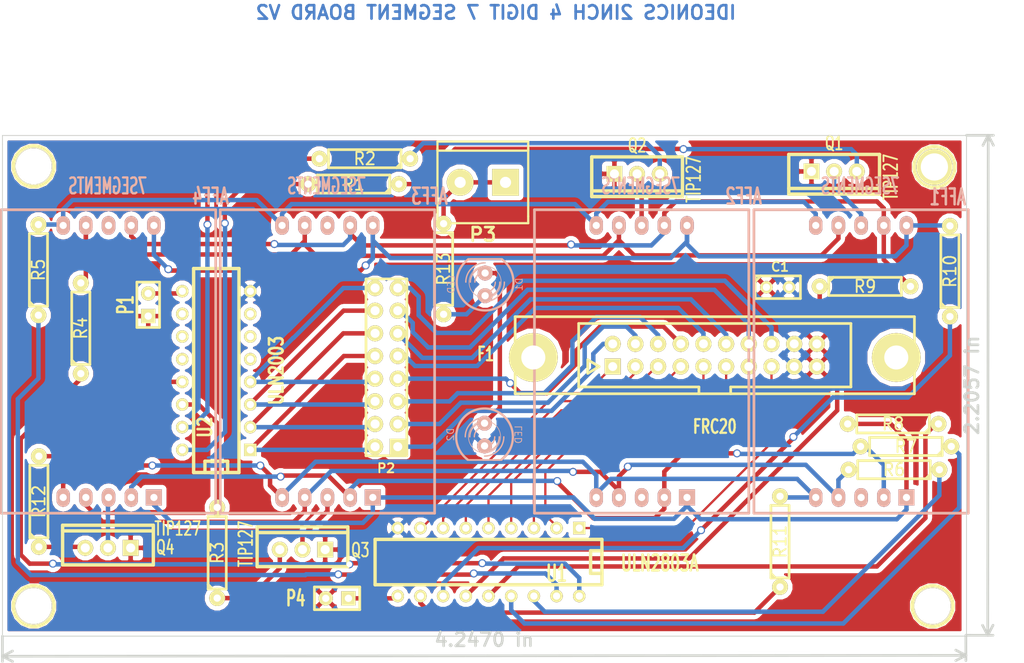
<source format=kicad_pcb>
(kicad_pcb (version 3) (host pcbnew "(2013-07-07 BZR 4022)-stable")
  (layers (15 F.Cu signal) (0 B.Cu signal) (18 B.Paste user) (19 F.Paste user) (20 B.SilkS user) (21 F.SilkS user) (22 B.Mask user) (23 F.Mask user) (28 Edge.Cuts user))
  (net 0 "")
  (net 1 /D1)
  (net 2 /D2)
  (net 3 /D3)
  (net 4 /D4)
  (net 5 /DIG_1)
  (net 6 /DIG_2)
  (net 7 /DIG_3)
  (net 8 /DIG_4)
  (net 9 /IA)
  (net 10 /IB)
  (net 11 /IC)
  (net 12 /ID)
  (net 13 /IE)
  (net 14 /IF)
  (net 15 /IG)
  (net 16 /IH)
  (net 17 /SEG_A)
  (net 18 /SEG_B)
  (net 19 /SEG_C)
  (net 20 /SEG_D)
  (net 21 /SEG_E)
  (net 22 /SEG_F)
  (net 23 /SEG_G)
  (net 24 /SEG_H)
  (net 25 /VCC)
  (net 26 GND)
  (net 27 N-000001)
  (net 28 N-0000016)
  (net 29 N-0000017)
  (net 30 N-0000018)
  (net 31 N-0000019)
  (net 32 N-000002)
  (net 33 N-0000020)
  (net 34 N-0000021)
  (net 35 N-0000022)
  (net 36 N-0000024)
  (net 37 N-000004)
  (net 38 N-0000043)
  (net 39 N-0000044)
  (net 40 N-0000049)
  (net 41 N-000005)
  (net 42 N-0000050)
  (net 43 N-0000051)
  (net 44 N-0000054)
  (net 45 N-0000055)
  (net 46 N-0000056)
  (net 47 N-0000057)
  (net 48 N-0000058)
  (net 49 N-0000059)
  (net 50 N-000006)
  (net 51 N-0000060)
  (net 52 N-0000061)
  (net 53 N-0000062)
  (net 54 N-0000063)
  (net 55 N-000008)
  (module 1INCH_DISPLAY (layer B.Cu) (at 207.645 137.668 180)
    (fp_text reference AFF2 (at -11.425 18.5 180) (layer B.SilkS) (effects (font (size 1.778 1.143) (thickness 0.28575)) (justify mirror)))
    (fp_text value 7SEGMENTS (at 0.1 19.65 180) (layer B.SilkS) (effects (font (size 1.778 1.016) (thickness 0.254)) (justify mirror)))
    (pad 1 thru_hole rect (at -5.08 -15.24 180) (size 1.8 1.8) (drill 0.8) (layers *.Cu *.Mask B.SilkS) (net 21 /SEG_E))
    (pad 2 thru_hole oval (at -2.54 -15.24 180) (size 1.5 2.1) (drill 0.8) (layers *.Cu *.Mask B.SilkS) (net 20 /SEG_D))
    (pad 3 thru_hole oval (at 0 -15.24 180) (size 1.5 2.1) (drill 0.8) (layers *.Cu *.Mask B.SilkS))
    (pad 4 thru_hole oval (at 2.54 -15.24 180) (size 1.5 2.1) (drill 0.8) (layers *.Cu *.Mask B.SilkS) (net 19 /SEG_C))
    (pad 7 thru_hole oval (at 2.54 15.24 180) (size 1.5 2.1) (drill 0.8) (layers *.Cu *.Mask B.SilkS) (net 17 /SEG_A))
    (pad 8 thru_hole oval (at 0 15.24 180) (size 1.5 2.1) (drill 0.8) (layers *.Cu *.Mask B.SilkS) (net 6 /DIG_2))
    (pad 9 thru_hole oval (at -2.54 15.24 180) (size 1.5 2.1) (drill 0.8) (layers *.Cu *.Mask B.SilkS) (net 22 /SEG_F))
    (pad 10 thru_hole oval (at -5.08 15.24 180) (size 1.5 2.1) (drill 0.8) (layers *.Cu *.Mask B.SilkS) (net 23 /SEG_G))
    (pad 5 thru_hole oval (at 5.08 -15.24 180) (size 1.5 2.1) (drill 0.8) (layers *.Cu *.Mask B.SilkS) (net 24 /SEG_H))
    (pad 6 thru_hole oval (at 5.08 15.24 180) (size 1.5 2.1) (drill 0.8) (layers *.Cu *.Mask B.SilkS) (net 18 /SEG_B))
  )
  (module SIL-2 (layer F.Cu) (at 173.5455 164.211 180)
    (fp_text reference P4 (at 4.6355 0 180) (layer F.SilkS) (effects (font (size 1.72974 1.08712) (thickness 0.3048))))
    (fp_text value CONN_2 hide)
    (pad 1 thru_hole rect (at -1.27 0 180) (size 1.6 1.6) (drill 0.8128) (layers *.Cu *.Mask F.SilkS) (net 53 N-0000062))
    (pad 2 thru_hole circle (at 1.27 0 180) (size 1.6 1.6) (drill 0.8128) (layers *.Cu *.Mask F.SilkS) (net 25 /VCC))
  )
  (module SIL-2 (layer F.Cu) (at 152.4 131.318 90)
    (fp_text reference P1 (at 0 -2.54 90) (layer F.SilkS) (effects (font (size 1.72974 1.08712) (thickness 0.3048))))
    (fp_text value CONN_2 hide)
    (pad 1 thru_hole rect (at -1.27 0 90) (size 1.6 1.6) (drill 0.8128) (layers *.Cu *.Mask F.SilkS) (net 25 /VCC))
    (pad 2 thru_hole circle (at 1.27 0 90) (size 1.6 1.6) (drill 0.8128) (layers *.Cu *.Mask F.SilkS) (net 55 N-000008))
  )
  (module pin_array_8x2 (layer F.Cu) (at 179.07 138.3284 90)
    (fp_text reference P2 (at -11.305 -0.035 180) (layer F.SilkS) (effects (font (size 1.016 1.016) (thickness 0.2032))))
    (fp_text value CONN_8X2 hide)
    (pad 1 thru_hole rect (at -8.89 1.27 90) (size 1.8 1.8) (drill 1.016) (layers *.Cu *.Mask F.SilkS) (net 34 N-0000021))
    (pad 2 thru_hole circle (at -8.89 -1.27 90) (size 1.8 1.8) (drill 1.016) (layers *.Cu *.Mask F.SilkS) (net 1 /D1))
    (pad 3 thru_hole circle (at -6.35 1.27 90) (size 1.8 1.8) (drill 1.016) (layers *.Cu *.Mask F.SilkS) (net 33 N-0000020))
    (pad 4 thru_hole circle (at -6.35 -1.27 90) (size 1.8 1.8) (drill 1.016) (layers *.Cu *.Mask F.SilkS) (net 2 /D2))
    (pad 5 thru_hole circle (at -3.81 1.27 90) (size 1.8 1.8) (drill 1.016) (layers *.Cu *.Mask F.SilkS) (net 31 N-0000019))
    (pad 6 thru_hole circle (at -3.81 -1.27 90) (size 1.8 1.8) (drill 1.016) (layers *.Cu *.Mask F.SilkS) (net 3 /D3))
    (pad 7 thru_hole circle (at -1.27 1.27 90) (size 1.8 1.8) (drill 1.016) (layers *.Cu *.Mask F.SilkS) (net 30 N-0000018))
    (pad 8 thru_hole circle (at -1.27 -1.27 90) (size 1.8 1.8) (drill 1.016) (layers *.Cu *.Mask F.SilkS) (net 4 /D4))
    (pad 9 thru_hole circle (at 1.27 1.27 90) (size 1.8 1.8) (drill 1.016) (layers *.Cu *.Mask F.SilkS) (net 29 N-0000017))
    (pad 10 thru_hole circle (at 1.27 -1.27 90) (size 1.8 1.8) (drill 1.016) (layers *.Cu *.Mask F.SilkS) (net 1 /D1))
    (pad 11 thru_hole circle (at 3.81 1.27 90) (size 1.8 1.8) (drill 1.016) (layers *.Cu *.Mask F.SilkS) (net 28 N-0000016))
    (pad 12 thru_hole circle (at 3.81 -1.27 90) (size 1.8 1.8) (drill 1.016) (layers *.Cu *.Mask F.SilkS) (net 2 /D2))
    (pad 13 thru_hole circle (at 6.35 1.27 90) (size 1.8 1.8) (drill 1.016) (layers *.Cu *.Mask F.SilkS) (net 39 N-0000044))
    (pad 14 thru_hole circle (at 6.35 -1.27 90) (size 1.8 1.8) (drill 1.016) (layers *.Cu *.Mask F.SilkS) (net 3 /D3))
    (pad 15 thru_hole circle (at 8.89 1.27 90) (size 1.8 1.8) (drill 1.016) (layers *.Cu *.Mask F.SilkS) (net 38 N-0000043))
    (pad 16 thru_hole circle (at 8.89 -1.27 90) (size 1.8 1.8) (drill 1.016) (layers *.Cu *.Mask F.SilkS) (net 4 /D4))
  )
  (module FRC_20 (layer F.Cu) (at 215.8365 136.9695)
    (fp_text reference F1 (at -25.654 -0.127) (layer F.SilkS) (effects (font (size 1.524 1.016) (thickness 0.3048))))
    (fp_text value FRC20 (at 0 8.001) (layer F.SilkS) (effects (font (size 1.524 1.016) (thickness 0.3048))))
    (pad 1 thru_hole rect (at -11.43 1.27) (size 1.8 1.8) (drill 1) (layers *.Cu *.Mask F.SilkS) (net 16 /IH))
    (pad 2 thru_hole circle (at -11.43 -1.27) (size 1.8 1.8) (drill 1) (layers *.Cu *.Mask F.SilkS) (net 34 N-0000021))
    (pad 3 thru_hole circle (at -8.89 1.27) (size 1.8 1.8) (drill 1) (layers *.Cu *.Mask F.SilkS) (net 15 /IG))
    (pad 4 thru_hole circle (at -8.89 -1.27) (size 1.8 1.8) (drill 1) (layers *.Cu *.Mask F.SilkS) (net 33 N-0000020))
    (pad 5 thru_hole circle (at -6.35 1.27) (size 1.8 1.8) (drill 1) (layers *.Cu *.Mask F.SilkS) (net 14 /IF))
    (pad 6 thru_hole circle (at -6.35 -1.27) (size 1.8 1.8) (drill 0.9144) (layers *.Cu *.Mask F.SilkS) (net 31 N-0000019))
    (pad 7 thru_hole circle (at -3.81 1.27) (size 1.8 1.8) (drill 1) (layers *.Cu *.Mask F.SilkS) (net 13 /IE))
    (pad 8 thru_hole circle (at -3.81 -1.27) (size 1.8 1.8) (drill 1) (layers *.Cu *.Mask F.SilkS) (net 30 N-0000018))
    (pad 9 thru_hole circle (at -1.27 1.27) (size 1.8 1.8) (drill 1) (layers *.Cu *.Mask F.SilkS) (net 12 /ID))
    (pad 10 thru_hole circle (at -1.27 -1.27) (size 1.8 1.8) (drill 1) (layers *.Cu *.Mask F.SilkS) (net 29 N-0000017))
    (pad 11 thru_hole circle (at 1.27 1.27) (size 1.8 1.8) (drill 1) (layers *.Cu *.Mask F.SilkS) (net 11 /IC))
    (pad 12 thru_hole circle (at 1.27 -1.27) (size 1.8 1.8) (drill 1) (layers *.Cu *.Mask F.SilkS) (net 28 N-0000016))
    (pad 13 thru_hole circle (at 3.81 1.27) (size 1.8 1.8) (drill 1) (layers *.Cu *.Mask F.SilkS) (net 10 /IB))
    (pad 14 thru_hole circle (at 3.81 -1.27) (size 1.8 1.8) (drill 1) (layers *.Cu *.Mask F.SilkS) (net 39 N-0000044))
    (pad 15 thru_hole circle (at 6.35 1.27) (size 1.8 1.8) (drill 1) (layers *.Cu *.Mask F.SilkS) (net 9 /IA))
    (pad 16 thru_hole circle (at 6.35 -1.27) (size 1.8 1.8) (drill 1) (layers *.Cu *.Mask F.SilkS) (net 38 N-0000043))
    (pad 17 thru_hole circle (at 8.89 1.27) (size 1.8 1.8) (drill 1) (layers *.Cu *.Mask F.SilkS) (net 26 GND))
    (pad 18 thru_hole circle (at 8.89 -1.27) (size 1.8 1.8) (drill 1) (layers *.Cu *.Mask F.SilkS) (net 26 GND))
    (pad 19 thru_hole circle (at 11.43 1.27) (size 1.8 1.8) (drill 1) (layers *.Cu *.Mask F.SilkS) (net 25 /VCC))
    (pad 20 thru_hole circle (at 11.43 -1.27) (size 1.8 1.8) (drill 1) (layers *.Cu *.Mask F.SilkS) (net 25 /VCC))
    (pad "" thru_hole circle (at -20.32 0.254) (size 5.461 5.461) (drill 2.6924) (layers *.Cu *.Mask F.SilkS))
    (pad "" thru_hole circle (at 20.32 0.254) (size 5.461 5.461) (drill 2.6924) (layers *.Cu *.Mask F.SilkS))
  )
  (module DIP-18__300 (layer F.Cu) (at 190.5 160.147 180)
    (fp_text reference U1 (at -7.62 -1.27 180) (layer F.SilkS) (effects (font (size 1.778 1.143) (thickness 0.3048))))
    (fp_text value ULN2803A (at -19.177 -0.127 180) (layer F.SilkS) (effects (font (size 1.778 1.143) (thickness 0.3048))))
    (pad 1 thru_hole rect (at -10.16 3.81 180) (size 1.397 1.397) (drill 0.8128) (layers *.Cu *.Mask F.SilkS) (net 9 /IA))
    (pad 2 thru_hole circle (at -7.62 3.81 180) (size 1.397 1.397) (drill 0.8128) (layers *.Cu *.Mask F.SilkS) (net 10 /IB))
    (pad 3 thru_hole circle (at -5.08 3.81 180) (size 1.397 1.397) (drill 0.8128) (layers *.Cu *.Mask F.SilkS) (net 11 /IC))
    (pad 4 thru_hole circle (at -2.54 3.81 180) (size 1.397 1.397) (drill 0.8128) (layers *.Cu *.Mask F.SilkS) (net 12 /ID))
    (pad 5 thru_hole circle (at 0 3.81 180) (size 1.397 1.397) (drill 0.8128) (layers *.Cu *.Mask F.SilkS) (net 13 /IE))
    (pad 6 thru_hole circle (at 2.54 3.81 180) (size 1.397 1.397) (drill 0.8128) (layers *.Cu *.Mask F.SilkS) (net 14 /IF))
    (pad 7 thru_hole circle (at 5.08 3.81 180) (size 1.397 1.397) (drill 0.8128) (layers *.Cu *.Mask F.SilkS) (net 15 /IG))
    (pad 8 thru_hole circle (at 7.62 3.81 180) (size 1.397 1.397) (drill 0.8128) (layers *.Cu *.Mask F.SilkS) (net 16 /IH))
    (pad 9 thru_hole circle (at 10.16 3.81 180) (size 1.397 1.397) (drill 0.8128) (layers *.Cu *.Mask F.SilkS) (net 26 GND))
    (pad 10 thru_hole circle (at 10.16 -3.81 180) (size 1.397 1.397) (drill 0.8128) (layers *.Cu *.Mask F.SilkS) (net 53 N-0000062))
    (pad 11 thru_hole circle (at 7.62 -3.81 180) (size 1.397 1.397) (drill 0.8128) (layers *.Cu *.Mask F.SilkS) (net 45 N-0000055))
    (pad 12 thru_hole circle (at 5.08 -3.81 180) (size 1.397 1.397) (drill 0.8128) (layers *.Cu *.Mask F.SilkS) (net 46 N-0000056))
    (pad 13 thru_hole circle (at 2.54 -3.81 180) (size 1.397 1.397) (drill 0.8128) (layers *.Cu *.Mask F.SilkS) (net 47 N-0000057))
    (pad 14 thru_hole circle (at 0 -3.81 180) (size 1.397 1.397) (drill 0.8128) (layers *.Cu *.Mask F.SilkS) (net 48 N-0000058))
    (pad 15 thru_hole circle (at -2.54 -3.81 180) (size 1.397 1.397) (drill 0.8128) (layers *.Cu *.Mask F.SilkS) (net 49 N-0000059))
    (pad 16 thru_hole circle (at -5.08 -3.81 180) (size 1.397 1.397) (drill 0.8128) (layers *.Cu *.Mask F.SilkS) (net 44 N-0000054))
    (pad 17 thru_hole circle (at -7.62 -3.81 180) (size 1.397 1.397) (drill 0.8128) (layers *.Cu *.Mask F.SilkS) (net 51 N-0000060))
    (pad 18 thru_hole circle (at -10.16 -3.81 180) (size 1.397 1.397) (drill 0.8128) (layers *.Cu *.Mask F.SilkS) (net 52 N-0000061))
  )
  (module DIP-16__300 (layer F.Cu) (at 160.02 138.684 90)
    (fp_text reference U2 (at -6.35 -1.27 90) (layer F.SilkS) (effects (font (size 1.524 1.143) (thickness 0.3048))))
    (fp_text value ULN2003 (at 0 6.731 90) (layer F.SilkS) (effects (font (size 1.524 1.143) (thickness 0.3048))))
    (pad 1 thru_hole rect (at -8.89 3.81 90) (size 1.397 1.397) (drill 0.8128) (layers *.Cu *.Mask F.SilkS) (net 1 /D1))
    (pad 2 thru_hole circle (at -6.35 3.81 90) (size 1.397 1.397) (drill 0.8128) (layers *.Cu *.Mask F.SilkS) (net 2 /D2))
    (pad 3 thru_hole circle (at -3.81 3.81 90) (size 1.397 1.397) (drill 0.8128) (layers *.Cu *.Mask F.SilkS) (net 3 /D3))
    (pad 4 thru_hole circle (at -1.27 3.81 90) (size 1.397 1.397) (drill 0.8128) (layers *.Cu *.Mask F.SilkS) (net 4 /D4))
    (pad 5 thru_hole circle (at 1.27 3.81 90) (size 1.397 1.397) (drill 0.8128) (layers *.Cu *.Mask F.SilkS))
    (pad 6 thru_hole circle (at 3.81 3.81 90) (size 1.397 1.397) (drill 0.8128) (layers *.Cu *.Mask F.SilkS))
    (pad 7 thru_hole circle (at 6.35 3.81 90) (size 1.397 1.397) (drill 0.8128) (layers *.Cu *.Mask F.SilkS))
    (pad 8 thru_hole circle (at 8.89 3.81 90) (size 1.397 1.397) (drill 0.8128) (layers *.Cu *.Mask F.SilkS) (net 26 GND))
    (pad 9 thru_hole circle (at 8.89 -3.81 90) (size 1.397 1.397) (drill 0.8128) (layers *.Cu *.Mask F.SilkS) (net 55 N-000008))
    (pad 10 thru_hole circle (at 6.35 -3.81 90) (size 1.397 1.397) (drill 0.8128) (layers *.Cu *.Mask F.SilkS))
    (pad 11 thru_hole circle (at 3.81 -3.81 90) (size 1.397 1.397) (drill 0.8128) (layers *.Cu *.Mask F.SilkS))
    (pad 12 thru_hole circle (at 1.27 -3.81 90) (size 1.397 1.397) (drill 0.8128) (layers *.Cu *.Mask F.SilkS))
    (pad 13 thru_hole circle (at -1.27 -3.81 90) (size 1.397 1.397) (drill 0.8128) (layers *.Cu *.Mask F.SilkS) (net 35 N-0000022))
    (pad 14 thru_hole circle (at -3.81 -3.81 90) (size 1.397 1.397) (drill 0.8128) (layers *.Cu *.Mask F.SilkS) (net 50 N-000006))
    (pad 15 thru_hole circle (at -6.35 -3.81 90) (size 1.397 1.397) (drill 0.8128) (layers *.Cu *.Mask F.SilkS) (net 27 N-000001))
    (pad 16 thru_hole circle (at -8.89 -3.81 90) (size 1.397 1.397) (drill 0.8128) (layers *.Cu *.Mask F.SilkS) (net 32 N-000002))
  )
  (module C1 (layer F.Cu) (at 222.885 129.3495)
    (fp_text reference C1 (at 0.254 -2.286) (layer F.SilkS) (effects (font (size 1.016 1.016) (thickness 0.2032))))
    (fp_text value C hide)
    (pad 1 thru_hole circle (at -1.27 0) (size 1.397 1.397) (drill 0.8128) (layers *.Cu *.Mask F.SilkS) (net 25 /VCC))
    (pad 2 thru_hole circle (at 1.27 0) (size 1.397 1.397) (drill 0.8128) (layers *.Cu *.Mask F.SilkS) (net 26 GND))
  )
  (module TO220_VERT (layer F.Cu) (at 229.2 116.375 270)
    (fp_text reference Q1 (at -3.175 0 360) (layer F.SilkS) (effects (font (size 1.524 1.016) (thickness 0.2032))))
    (fp_text value TIP127 (at 0.635 -6.35 270) (layer F.SilkS) (effects (font (size 1.524 1.016) (thickness 0.2032))))
    (pad 1 thru_hole circle (at 0 -2.54 270) (size 1.778 1.778) (drill 1.016) (layers *.Cu *.Mask F.SilkS) (net 41 N-000005))
    (pad 2 thru_hole circle (at 0 0 270) (size 1.778 1.778) (drill 1.016) (layers *.Cu *.Mask F.SilkS) (net 5 /DIG_1))
    (pad 3 thru_hole rect (at 0 2.54 270) (size 1.778 1.778) (drill 1.016) (layers *.Cu *.Mask F.SilkS) (net 25 /VCC))
  )
  (module TO220_VERT (layer F.Cu) (at 207.137 116.6495 270)
    (fp_text reference Q2 (at -3.175 0 360) (layer F.SilkS) (effects (font (size 1.524 1.016) (thickness 0.2032))))
    (fp_text value TIP127 (at 0.635 -6.35 270) (layer F.SilkS) (effects (font (size 1.524 1.016) (thickness 0.2032))))
    (pad 1 thru_hole circle (at 0 -2.54 270) (size 1.778 1.778) (drill 1.016) (layers *.Cu *.Mask F.SilkS) (net 37 N-000004))
    (pad 2 thru_hole circle (at 0 0 270) (size 1.778 1.778) (drill 1.016) (layers *.Cu *.Mask F.SilkS) (net 6 /DIG_2))
    (pad 3 thru_hole rect (at 0 2.54 270) (size 1.778 1.778) (drill 1.016) (layers *.Cu *.Mask F.SilkS) (net 25 /VCC))
  )
  (module TO220_VERT (layer F.Cu) (at 169.672 158.75 90)
    (fp_text reference Q3 (at -0.0635 6.477 180) (layer F.SilkS) (effects (font (size 1.524 1.016) (thickness 0.2032))))
    (fp_text value TIP127 (at 0.635 -6.35 90) (layer F.SilkS) (effects (font (size 1.524 1.016) (thickness 0.2032))))
    (pad 1 thru_hole circle (at 0 -2.54 90) (size 1.778 1.778) (drill 1.016) (layers *.Cu *.Mask F.SilkS) (net 54 N-0000063))
    (pad 2 thru_hole circle (at 0 0 90) (size 1.778 1.778) (drill 1.016) (layers *.Cu *.Mask F.SilkS) (net 7 /DIG_3))
    (pad 3 thru_hole rect (at 0 2.54 90) (size 1.778 1.778) (drill 1.016) (layers *.Cu *.Mask F.SilkS) (net 25 /VCC))
  )
  (module TO220_VERT (layer F.Cu) (at 147.8915 158.5595 90)
    (fp_text reference Q4 (at 0.0635 6.4135 180) (layer F.SilkS) (effects (font (size 1.524 1.016) (thickness 0.2032))))
    (fp_text value TIP127 (at 2.159 7.8105 180) (layer F.SilkS) (effects (font (size 1.524 1.016) (thickness 0.2032))))
    (pad 1 thru_hole circle (at 0 -2.54 90) (size 1.778 1.778) (drill 1.016) (layers *.Cu *.Mask F.SilkS) (net 36 N-0000024))
    (pad 2 thru_hole circle (at 0 0 90) (size 1.778 1.778) (drill 1.016) (layers *.Cu *.Mask F.SilkS) (net 8 /DIG_4))
    (pad 3 thru_hole rect (at 0 2.54 90) (size 1.778 1.778) (drill 1.016) (layers *.Cu *.Mask F.SilkS) (net 25 /VCC))
  )
  (module LED-5MM (layer B.Cu) (at 190.119 129.032 90)
    (fp_text reference D1 (at 0 3.81 90) (layer B.SilkS) (effects (font (size 0.762 0.762) (thickness 0.0889)) (justify mirror)))
    (fp_text value LED (at 0 -3.81 90) (layer B.SilkS) (effects (font (size 0.762 0.762) (thickness 0.0889)) (justify mirror)))
    (pad 1 thru_hole circle (at -1.27 0 90) (size 1.6764 1.6764) (drill 0.8128) (layers *.Cu *.Mask B.SilkS) (net 40 N-0000049))
    (pad 2 thru_hole circle (at 1.27 0 90) (size 1.6764 1.6764) (drill 0.8128) (layers *.Cu *.Mask B.SilkS) (net 43 N-0000051))
  )
  (module LED-5MM (layer B.Cu) (at 190.0555 145.8595 270)
    (fp_text reference D2 (at 0 3.81 270) (layer B.SilkS) (effects (font (size 0.762 0.762) (thickness 0.0889)) (justify mirror)))
    (fp_text value LED (at 0 -3.81 270) (layer B.SilkS) (effects (font (size 0.762 0.762) (thickness 0.0889)) (justify mirror)))
    (pad 1 thru_hole circle (at -1.27 0 270) (size 1.6764 1.6764) (drill 0.8128) (layers *.Cu *.Mask B.SilkS) (net 43 N-0000051))
    (pad 2 thru_hole circle (at 1.27 0 270) (size 1.6764 1.6764) (drill 0.8128) (layers *.Cu *.Mask B.SilkS) (net 26 GND))
  )
  (module mors_2p (layer F.Cu) (at 189.865 117.602 180)
    (fp_text reference P3 (at 0 -5.842 180) (layer F.SilkS) (effects (font (size 1.524 1.524) (thickness 0.3048))))
    (fp_text value CONN_2 hide)
    (pad 1 thru_hole rect (at -2.54 0 180) (size 2.99974 2.99974) (drill 1.24968) (layers *.Cu *.Mask F.SilkS) (net 42 N-0000050))
    (pad 2 thru_hole circle (at 2.54 0 180) (size 2.99974 2.99974) (drill 1.24968) (layers *.Cu *.Mask F.SilkS) (net 42 N-0000050))
  )
  (module 1INCH_DISPLAY (layer B.Cu) (at 147.955 137.668 180)
    (fp_text reference AFF4 (at -11.425 18.5 180) (layer B.SilkS) (effects (font (size 1.778 1.143) (thickness 0.28575)) (justify mirror)))
    (fp_text value 7SEGMENTS (at 0.1 19.65 180) (layer B.SilkS) (effects (font (size 1.778 1.016) (thickness 0.254)) (justify mirror)))
    (pad 1 thru_hole rect (at -5.08 -15.24 180) (size 1.8 1.8) (drill 0.8) (layers *.Cu *.Mask B.SilkS) (net 21 /SEG_E))
    (pad 2 thru_hole oval (at -2.54 -15.24 180) (size 1.5 2.1) (drill 0.8) (layers *.Cu *.Mask B.SilkS) (net 20 /SEG_D))
    (pad 3 thru_hole oval (at 0 -15.24 180) (size 1.5 2.1) (drill 0.8) (layers *.Cu *.Mask B.SilkS) (net 8 /DIG_4))
    (pad 4 thru_hole oval (at 2.54 -15.24 180) (size 1.5 2.1) (drill 0.8) (layers *.Cu *.Mask B.SilkS) (net 19 /SEG_C))
    (pad 7 thru_hole oval (at 2.54 15.24 180) (size 1.5 2.1) (drill 0.8) (layers *.Cu *.Mask B.SilkS) (net 17 /SEG_A))
    (pad 8 thru_hole oval (at 0 15.24 180) (size 1.5 2.1) (drill 0.8) (layers *.Cu *.Mask B.SilkS))
    (pad 9 thru_hole oval (at -2.54 15.24 180) (size 1.5 2.1) (drill 0.8) (layers *.Cu *.Mask B.SilkS) (net 22 /SEG_F))
    (pad 10 thru_hole oval (at -5.08 15.24 180) (size 1.5 2.1) (drill 0.8) (layers *.Cu *.Mask B.SilkS) (net 23 /SEG_G))
    (pad 5 thru_hole oval (at 5.08 -15.24 180) (size 1.5 2.1) (drill 0.8) (layers *.Cu *.Mask B.SilkS) (net 24 /SEG_H))
    (pad 6 thru_hole oval (at 5.08 15.24 180) (size 1.5 2.1) (drill 0.8) (layers *.Cu *.Mask B.SilkS) (net 18 /SEG_B))
  )
  (module 1INCH_DISPLAY (layer B.Cu) (at 172.466 137.668 180)
    (fp_text reference AFF3 (at -11.425 18.5 180) (layer B.SilkS) (effects (font (size 1.778 1.143) (thickness 0.28575)) (justify mirror)))
    (fp_text value 7SEGMENTS (at 0.1 19.65 180) (layer B.SilkS) (effects (font (size 1.778 1.016) (thickness 0.254)) (justify mirror)))
    (pad 1 thru_hole rect (at -5.08 -15.24 180) (size 1.8 1.8) (drill 0.8) (layers *.Cu *.Mask B.SilkS) (net 21 /SEG_E))
    (pad 2 thru_hole oval (at -2.54 -15.24 180) (size 1.5 2.1) (drill 0.8) (layers *.Cu *.Mask B.SilkS) (net 20 /SEG_D))
    (pad 3 thru_hole oval (at 0 -15.24 180) (size 1.5 2.1) (drill 0.8) (layers *.Cu *.Mask B.SilkS) (net 7 /DIG_3))
    (pad 4 thru_hole oval (at 2.54 -15.24 180) (size 1.5 2.1) (drill 0.8) (layers *.Cu *.Mask B.SilkS) (net 19 /SEG_C))
    (pad 7 thru_hole oval (at 2.54 15.24 180) (size 1.5 2.1) (drill 0.8) (layers *.Cu *.Mask B.SilkS) (net 17 /SEG_A))
    (pad 8 thru_hole oval (at 0 15.24 180) (size 1.5 2.1) (drill 0.8) (layers *.Cu *.Mask B.SilkS))
    (pad 9 thru_hole oval (at -2.54 15.24 180) (size 1.5 2.1) (drill 0.8) (layers *.Cu *.Mask B.SilkS) (net 22 /SEG_F))
    (pad 10 thru_hole oval (at -5.08 15.24 180) (size 1.5 2.1) (drill 0.8) (layers *.Cu *.Mask B.SilkS) (net 23 /SEG_G))
    (pad 5 thru_hole oval (at 5.08 -15.24 180) (size 1.5 2.1) (drill 0.8) (layers *.Cu *.Mask B.SilkS) (net 24 /SEG_H))
    (pad 6 thru_hole oval (at 5.08 15.24 180) (size 1.5 2.1) (drill 0.8) (layers *.Cu *.Mask B.SilkS) (net 18 /SEG_B))
  )
  (module 1INCH_DISPLAY (layer B.Cu) (at 232.2195 137.668 180)
    (fp_text reference AFF1 (at -9.7055 18.418 180) (layer B.SilkS) (effects (font (size 1.778 1.143) (thickness 0.28575)) (justify mirror)))
    (fp_text value 7SEGMENTS (at 0.1 19.65 180) (layer B.SilkS) (effects (font (size 1.778 1.016) (thickness 0.254)) (justify mirror)))
    (pad 1 thru_hole rect (at -5.08 -15.24 180) (size 1.8 1.8) (drill 0.8) (layers *.Cu *.Mask B.SilkS) (net 21 /SEG_E))
    (pad 2 thru_hole oval (at -2.54 -15.24 180) (size 1.5 2.1) (drill 0.8) (layers *.Cu *.Mask B.SilkS) (net 20 /SEG_D))
    (pad 3 thru_hole oval (at 0 -15.24 180) (size 1.5 2.1) (drill 0.8) (layers *.Cu *.Mask B.SilkS))
    (pad 4 thru_hole oval (at 2.54 -15.24 180) (size 1.5 2.1) (drill 0.8) (layers *.Cu *.Mask B.SilkS) (net 19 /SEG_C))
    (pad 7 thru_hole oval (at 2.54 15.24 180) (size 1.5 2.1) (drill 0.8) (layers *.Cu *.Mask B.SilkS) (net 17 /SEG_A))
    (pad 8 thru_hole oval (at 0 15.24 180) (size 1.5 2.1) (drill 0.8) (layers *.Cu *.Mask B.SilkS) (net 5 /DIG_1))
    (pad 9 thru_hole oval (at -2.54 15.24 180) (size 1.5 2.1) (drill 0.8) (layers *.Cu *.Mask B.SilkS) (net 22 /SEG_F))
    (pad 10 thru_hole oval (at -5.08 15.24 180) (size 1.5 2.1) (drill 0.8) (layers *.Cu *.Mask B.SilkS) (net 23 /SEG_G))
    (pad 5 thru_hole oval (at 5.08 -15.24 180) (size 1.5 2.1) (drill 0.8) (layers *.Cu *.Mask B.SilkS) (net 24 /SEG_H))
    (pad 6 thru_hole oval (at 5.08 15.24 180) (size 1.5 2.1) (drill 0.8) (layers *.Cu *.Mask B.SilkS) (net 18 /SEG_B))
  )
  (module R4-LARGE_PADS (layer F.Cu) (at 185.4708 127.3048 270)
    (fp_text reference R13 (at 0 0 270) (layer F.SilkS) (effects (font (size 1.397 1.27) (thickness 0.2032))))
    (fp_text value R hide)
    (pad 1 thru_hole circle (at -5.08 0 270) (size 1.778 1.778) (drill 0.8128) (layers *.Cu *.Mask F.SilkS) (net 42 N-0000050))
    (pad 2 thru_hole circle (at 5.08 0 270) (size 1.778 1.778) (drill 0.8128) (layers *.Cu *.Mask F.SilkS) (net 40 N-0000049))
  )
  (module R4-LARGE_PADS (layer F.Cu) (at 232.664 129.2606)
    (fp_text reference R9 (at 0 0) (layer F.SilkS) (effects (font (size 1.397 1.27) (thickness 0.2032))))
    (fp_text value 820 hide)
    (pad 1 thru_hole circle (at -5.08 0) (size 1.778 1.778) (drill 0.8128) (layers *.Cu *.Mask F.SilkS) (net 47 N-0000057))
    (pad 2 thru_hole circle (at 5.08 0) (size 1.778 1.778) (drill 0.8128) (layers *.Cu *.Mask F.SilkS) (net 22 /SEG_F))
  )
  (module R4-LARGE_PADS (layer F.Cu) (at 237.236 147.193 180)
    (fp_text reference R7 (at 0 0 180) (layer F.SilkS) (effects (font (size 1.397 1.27) (thickness 0.2032))))
    (fp_text value 820 hide)
    (pad 1 thru_hole circle (at -5.08 0 180) (size 1.778 1.778) (drill 0.8128) (layers *.Cu *.Mask F.SilkS) (net 49 N-0000059))
    (pad 2 thru_hole circle (at 5.08 0 180) (size 1.778 1.778) (drill 0.8128) (layers *.Cu *.Mask F.SilkS) (net 20 /SEG_D))
  )
  (module R4-LARGE_PADS (layer F.Cu) (at 235.9025 149.7965 180)
    (fp_text reference R6 (at 0 0 180) (layer F.SilkS) (effects (font (size 1.397 1.27) (thickness 0.2032))))
    (fp_text value 820 hide)
    (pad 1 thru_hole circle (at -5.08 0 180) (size 1.778 1.778) (drill 0.8128) (layers *.Cu *.Mask F.SilkS) (net 44 N-0000054))
    (pad 2 thru_hole circle (at 5.08 0 180) (size 1.778 1.778) (drill 0.8128) (layers *.Cu *.Mask F.SilkS) (net 19 /SEG_C))
  )
  (module R4-LARGE_PADS (layer F.Cu) (at 144.85 133.95 90)
    (fp_text reference R4 (at 0 0 90) (layer F.SilkS) (effects (font (size 1.397 1.27) (thickness 0.2032))))
    (fp_text value 820 hide)
    (pad 1 thru_hole circle (at -5.08 0 90) (size 1.778 1.778) (drill 0.8128) (layers *.Cu *.Mask F.SilkS) (net 52 N-0000061))
    (pad 2 thru_hole circle (at 5.08 0 90) (size 1.778 1.778) (drill 0.8128) (layers *.Cu *.Mask F.SilkS) (net 17 /SEG_A))
  )
  (module R4-LARGE_PADS (layer F.Cu) (at 140.1064 127.4064 90)
    (fp_text reference R5 (at 0 0 90) (layer F.SilkS) (effects (font (size 1.397 1.27) (thickness 0.2032))))
    (fp_text value 820 hide)
    (pad 1 thru_hole circle (at -5.08 0 90) (size 1.778 1.778) (drill 0.8128) (layers *.Cu *.Mask F.SilkS) (net 51 N-0000060))
    (pad 2 thru_hole circle (at 5.08 0 90) (size 1.778 1.778) (drill 0.8128) (layers *.Cu *.Mask F.SilkS) (net 18 /SEG_B))
  )
  (module R4-LARGE_PADS (layer F.Cu) (at 235.8009 144.6657 180)
    (fp_text reference R8 (at 0 0 180) (layer F.SilkS) (effects (font (size 1.397 1.27) (thickness 0.2032))))
    (fp_text value 820 hide)
    (pad 1 thru_hole circle (at -5.08 0 180) (size 1.778 1.778) (drill 0.8128) (layers *.Cu *.Mask F.SilkS) (net 48 N-0000058))
    (pad 2 thru_hole circle (at 5.08 0 180) (size 1.778 1.778) (drill 0.8128) (layers *.Cu *.Mask F.SilkS) (net 21 /SEG_E))
  )
  (module R4-LARGE_PADS (layer F.Cu) (at 160.1216 159.1056 90)
    (fp_text reference R3 (at 0 0 90) (layer F.SilkS) (effects (font (size 1.397 1.27) (thickness 0.2032))))
    (fp_text value 2.2K hide)
    (pad 1 thru_hole circle (at -5.08 0 90) (size 1.778 1.778) (drill 0.8128) (layers *.Cu *.Mask F.SilkS) (net 54 N-0000063))
    (pad 2 thru_hole circle (at 5.08 0 90) (size 1.778 1.778) (drill 0.8128) (layers *.Cu *.Mask F.SilkS) (net 50 N-000006))
  )
  (module R4-LARGE_PADS (layer F.Cu) (at 176.6443 114.9477 180)
    (fp_text reference R2 (at 0 0 180) (layer F.SilkS) (effects (font (size 1.397 1.27) (thickness 0.2032))))
    (fp_text value 2.2K hide)
    (pad 1 thru_hole circle (at -5.08 0 180) (size 1.778 1.778) (drill 0.8128) (layers *.Cu *.Mask F.SilkS) (net 37 N-000004))
    (pad 2 thru_hole circle (at 5.08 0 180) (size 1.778 1.778) (drill 0.8128) (layers *.Cu *.Mask F.SilkS) (net 27 N-000001))
  )
  (module R4-LARGE_PADS (layer F.Cu) (at 175.387 117.7925 180)
    (fp_text reference R1 (at 0 0 180) (layer F.SilkS) (effects (font (size 1.397 1.27) (thickness 0.2032))))
    (fp_text value 2.2K hide)
    (pad 1 thru_hole circle (at -5.08 0 180) (size 1.778 1.778) (drill 0.8128) (layers *.Cu *.Mask F.SilkS) (net 41 N-000005))
    (pad 2 thru_hole circle (at 5.08 0 180) (size 1.778 1.778) (drill 0.8128) (layers *.Cu *.Mask F.SilkS) (net 32 N-000002))
  )
  (module R4-LARGE_PADS (layer F.Cu) (at 242.1636 127.5588 90)
    (fp_text reference R10 (at 0 0 90) (layer F.SilkS) (effects (font (size 1.397 1.27) (thickness 0.2032))))
    (fp_text value 820 hide)
    (pad 1 thru_hole circle (at -5.08 0 90) (size 1.778 1.778) (drill 0.8128) (layers *.Cu *.Mask F.SilkS) (net 46 N-0000056))
    (pad 2 thru_hole circle (at 5.08 0 90) (size 1.778 1.778) (drill 0.8128) (layers *.Cu *.Mask F.SilkS) (net 23 /SEG_G))
  )
  (module R4-LARGE_PADS (layer F.Cu) (at 223.139 157.861 90)
    (fp_text reference R11 (at 0 0 90) (layer F.SilkS) (effects (font (size 1.397 1.27) (thickness 0.2032))))
    (fp_text value 820 hide)
    (pad 1 thru_hole circle (at -5.08 0 90) (size 1.778 1.778) (drill 0.8128) (layers *.Cu *.Mask F.SilkS) (net 45 N-0000055))
    (pad 2 thru_hole circle (at 5.08 0 90) (size 1.778 1.778) (drill 0.8128) (layers *.Cu *.Mask F.SilkS) (net 24 /SEG_H))
  )
  (module R4-LARGE_PADS (layer F.Cu) (at 140.1572 153.3652 90)
    (fp_text reference R12 (at 0 0 90) (layer F.SilkS) (effects (font (size 1.397 1.27) (thickness 0.2032))))
    (fp_text value 2.2K hide)
    (pad 1 thru_hole circle (at -5.08 0 90) (size 1.778 1.778) (drill 0.8128) (layers *.Cu *.Mask F.SilkS) (net 36 N-0000024))
    (pad 2 thru_hole circle (at 5.08 0 90) (size 1.778 1.778) (drill 0.8128) (layers *.Cu *.Mask F.SilkS) (net 35 N-0000022))
  )
  (module 1pin (layer F.Cu) (at 139.575 165.075)
    (fp_text reference 1PIN hide)
    (fp_text value P*** hide)
    (pad 1 thru_hole circle (at 0 0) (size 4.064 4.064) (drill 4) (layers *.Cu *.Mask F.SilkS))
  )
  (module 1pin (layer F.Cu) (at 240.225 165.075)
    (fp_text reference 1PIN hide)
    (fp_text value P*** hide)
    (pad 1 thru_hole circle (at 0 0) (size 4.064 4.064) (drill 4) (layers *.Cu *.Mask F.SilkS))
  )
  (module 1pin (layer F.Cu) (at 240.425 115.875)
    (fp_text reference 1PIN hide)
    (fp_text value P*** hide)
    (pad 1 thru_hole circle (at 0 0) (size 4.064 4.064) (drill 3.048) (layers *.Cu *.Mask F.SilkS))
  )
  (module 1pin (layer F.Cu) (at 139.575 115.8)
    (fp_text reference 1PIN hide)
    (fp_text value P*** hide)
    (pad 1 thru_hole circle (at 0 0) (size 4.064 4.064) (drill 4) (layers *.Cu *.Mask F.SilkS))
  )
  (dimension 107.875046 (width 0.3) (layer Edge.Cuts) (gr_text "107.875 mm" (at 190.015836 172.00002 0.053113106) (layer Edge.Cuts) (effects (font (size 1.5 1.5) (thickness 0.3)))) (feature1 (pts (xy 243.95 168.35) (xy 243.954587 173.300019))) (feature2 (pts (xy 136.075 168.45) (xy 136.079587 173.400019))) (crossbar (pts (xy 136.077085 170.700021) (xy 243.952085 170.600021))) (arrow1a (pts (xy 243.952085 170.600021) (xy 242.826126 171.187485))) (arrow1b (pts (xy 243.952085 170.600021) (xy 242.825039 170.014645))) (arrow2a (pts (xy 136.077085 170.700021) (xy 137.204131 171.285397))) (arrow2b (pts (xy 136.077085 170.700021) (xy 137.203044 170.112557))))
  (dimension 56.025022 (width 0.3) (layer Edge.Cuts) (gr_text "56.025 mm" (at 247.774952 140.340868 89.9488659) (layer Edge.Cuts) (effects (font (size 1.5 1.5) (thickness 0.3)))) (feature1 (pts (xy 243.975 168.35) (xy 249.099951 168.354573))) (feature2 (pts (xy 244.025 112.325) (xy 249.149951 112.329573))) (crossbar (pts (xy 246.449953 112.327164) (xy 246.399953 168.352164))) (arrow1a (pts (xy 246.399953 168.352164) (xy 245.814538 167.225138))) (arrow1b (pts (xy 246.399953 168.352164) (xy 246.987378 167.226185))) (arrow2a (pts (xy 246.449953 112.327164) (xy 245.862528 113.453143))) (arrow2b (pts (xy 246.449953 112.327164) (xy 247.035368 113.45419))))
  (gr_line (start 244.025 120.325) (end 244.025 112.375) (angle 90) (layer Edge.Cuts) (width 0.1))
  (gr_line (start 136.075 112.35) (end 244 112.35) (angle 90) (layer Edge.Cuts) (width 0.1))
  (gr_line (start 136.075 113.35) (end 136.075 112.35) (angle 90) (layer Edge.Cuts) (width 0.1))
  (gr_line (start 136.075 168.45) (end 136.075 113.35) (angle 90) (layer Edge.Cuts) (width 0.1))
  (gr_line (start 244.025 168.45) (end 136.075 168.45) (angle 90) (layer Edge.Cuts) (width 0.1))
  (gr_line (start 244.025 120.275) (end 244.025 168.45) (angle 90) (layer Edge.Cuts) (width 0.1))
  (gr_text "IDEONICS 2INCH 4 DIGIT 7 SEGMENT BOARD V2" (at 191.33 98.57) (layer B.Cu) (effects (font (size 1.5 1.5) (thickness 0.3)) (justify mirror)))
  (segment (start 163.83 147.574) (end 163.83 147.5359) (width 0.5) (layer F.Cu) (net 1))
  (segment (start 174.3075 137.0584) (end 177.8 137.0584) (width 0.5) (layer F.Cu) (net 1))
  (segment (start 163.83 147.5359) (end 174.3075 137.0584) (width 0.5) (layer F.Cu) (net 1))
  (segment (start 163.83 147.574) (end 177.4444 147.574) (width 0.5) (layer B.Cu) (net 1))
  (segment (start 177.4444 147.574) (end 177.8 147.2184) (width 0.5) (layer B.Cu) (net 1))
  (segment (start 174.244 134.5184) (end 177.8 134.5184) (width 0.5) (layer F.Cu) (net 2))
  (segment (start 163.83 144.9324) (end 174.244 134.5184) (width 0.5) (layer F.Cu) (net 2))
  (segment (start 163.83 145.034) (end 163.83 144.9324) (width 0.5) (layer F.Cu) (net 2))
  (segment (start 163.83 145.034) (end 177.4444 145.034) (width 0.5) (layer B.Cu) (net 2))
  (segment (start 177.4444 145.034) (end 177.8 144.6784) (width 0.5) (layer B.Cu) (net 2))
  (segment (start 163.83 142.494) (end 163.83 142.4178) (width 0.5) (layer F.Cu) (net 3))
  (segment (start 174.2694 131.9784) (end 177.8 131.9784) (width 0.5) (layer F.Cu) (net 3))
  (segment (start 163.83 142.4178) (end 174.2694 131.9784) (width 0.5) (layer F.Cu) (net 3))
  (segment (start 163.83 142.494) (end 177.4444 142.494) (width 0.5) (layer B.Cu) (net 3))
  (segment (start 177.4444 142.494) (end 177.8 142.1384) (width 0.5) (layer B.Cu) (net 3))
  (segment (start 163.83 139.954) (end 163.83 139.827) (width 0.5) (layer B.Cu) (net 4))
  (segment (start 174.2567 129.4384) (end 177.8 129.4384) (width 0.5) (layer B.Cu) (net 4))
  (segment (start 168.6687 135.0264) (end 174.2567 129.4384) (width 0.5) (layer B.Cu) (net 4))
  (segment (start 168.6306 135.0264) (end 168.6687 135.0264) (width 0.5) (layer B.Cu) (net 4))
  (segment (start 163.83 139.827) (end 168.6306 135.0264) (width 0.5) (layer B.Cu) (net 4))
  (segment (start 163.83 139.954) (end 177.4444 139.954) (width 0.5) (layer B.Cu) (net 4))
  (segment (start 177.4444 139.954) (end 177.8 139.5984) (width 0.5) (layer B.Cu) (net 4))
  (segment (start 229.2 116.375) (end 229.2 118.1) (width 0.5) (layer B.Cu) (net 5))
  (segment (start 232.2195 121.1195) (end 232.2195 122.428) (width 0.5) (layer B.Cu) (net 5))
  (segment (start 229.2 118.1) (end 232.2195 121.1195) (width 0.5) (layer B.Cu) (net 5))
  (segment (start 207.645 122.428) (end 207.645 117.1575) (width 0.5) (layer F.Cu) (net 6))
  (segment (start 207.645 117.1575) (end 207.137 116.6495) (width 0.5) (layer F.Cu) (net 6))
  (segment (start 169.672 158.75) (end 169.672 157.226) (width 0.5) (layer F.Cu) (net 7))
  (segment (start 172.466 154.432) (end 172.466 152.908) (width 0.5) (layer F.Cu) (net 7))
  (segment (start 169.672 157.226) (end 172.466 154.432) (width 0.5) (layer F.Cu) (net 7))
  (segment (start 147.8915 158.5595) (end 147.8915 152.9715) (width 0.5) (layer B.Cu) (net 8))
  (segment (start 147.8915 152.9715) (end 147.955 152.908) (width 0.5) (layer B.Cu) (net 8))
  (segment (start 200.66 156.337) (end 212.6234 156.337) (width 0.254) (layer F.Cu) (net 9))
  (segment (start 222.1865 146.7739) (end 222.1865 138.2395) (width 0.254) (layer F.Cu) (net 9))
  (segment (start 212.6234 156.337) (end 222.1865 146.7739) (width 0.254) (layer F.Cu) (net 9))
  (segment (start 198.12 156.337) (end 198.12 156.1338) (width 0.254) (layer F.Cu) (net 10))
  (segment (start 219.6465 139.6746) (end 219.6465 138.2395) (width 0.254) (layer F.Cu) (net 10))
  (segment (start 212.217 147.1041) (end 219.6465 139.6746) (width 0.254) (layer F.Cu) (net 10))
  (segment (start 199.8345 147.1041) (end 212.217 147.1041) (width 0.254) (layer F.Cu) (net 10))
  (segment (start 196.8627 150.0759) (end 199.8345 147.1041) (width 0.254) (layer F.Cu) (net 10))
  (segment (start 196.8627 154.8765) (end 196.8627 150.0759) (width 0.254) (layer F.Cu) (net 10))
  (segment (start 198.12 156.1338) (end 196.8627 154.8765) (width 0.254) (layer F.Cu) (net 10))
  (segment (start 195.58 156.337) (end 195.58 149.9489) (width 0.254) (layer F.Cu) (net 11))
  (segment (start 217.1065 140.2334) (end 217.1065 138.2395) (width 0.254) (layer F.Cu) (net 11))
  (segment (start 211.4169 145.923) (end 217.1065 140.2334) (width 0.254) (layer F.Cu) (net 11))
  (segment (start 199.6059 145.923) (end 211.4169 145.923) (width 0.254) (layer F.Cu) (net 11))
  (segment (start 195.58 149.9489) (end 199.6059 145.923) (width 0.254) (layer F.Cu) (net 11))
  (segment (start 193.04 156.337) (end 193.04 151.2697) (width 0.254) (layer F.Cu) (net 12))
  (segment (start 214.5665 140.0302) (end 214.5665 138.2395) (width 0.254) (layer F.Cu) (net 12))
  (segment (start 209.5881 145.0086) (end 214.5665 140.0302) (width 0.254) (layer F.Cu) (net 12))
  (segment (start 199.3011 145.0086) (end 209.5881 145.0086) (width 0.254) (layer F.Cu) (net 12))
  (segment (start 193.04 151.2697) (end 199.3011 145.0086) (width 0.254) (layer F.Cu) (net 12))
  (segment (start 190.5 156.337) (end 190.5 152.7429) (width 0.254) (layer F.Cu) (net 13))
  (segment (start 206.1337 144.1323) (end 212.0265 138.2395) (width 0.254) (layer F.Cu) (net 13))
  (segment (start 199.1106 144.1323) (end 206.1337 144.1323) (width 0.254) (layer F.Cu) (net 13))
  (segment (start 190.5 152.7429) (end 199.1106 144.1323) (width 0.254) (layer F.Cu) (net 13))
  (segment (start 187.96 156.337) (end 187.96 153.8351) (width 0.254) (layer F.Cu) (net 14))
  (segment (start 209.3087 138.2395) (end 209.4865 138.2395) (width 0.254) (layer F.Cu) (net 14))
  (segment (start 204.4065 143.1417) (end 209.3087 138.2395) (width 0.254) (layer F.Cu) (net 14))
  (segment (start 198.6534 143.1417) (end 204.4065 143.1417) (width 0.254) (layer F.Cu) (net 14))
  (segment (start 187.96 153.8351) (end 198.6534 143.1417) (width 0.254) (layer F.Cu) (net 14))
  (segment (start 185.42 156.337) (end 185.42 155.2321) (width 0.254) (layer F.Cu) (net 15))
  (segment (start 206.9465 138.9253) (end 206.9465 138.2395) (width 0.254) (layer F.Cu) (net 15))
  (segment (start 203.7588 142.113) (end 206.9465 138.9253) (width 0.254) (layer F.Cu) (net 15))
  (segment (start 198.5391 142.113) (end 203.7588 142.113) (width 0.254) (layer F.Cu) (net 15))
  (segment (start 185.42 155.2321) (end 198.5391 142.113) (width 0.254) (layer F.Cu) (net 15))
  (segment (start 201.422 141.224) (end 204.4065 138.2395) (width 0.254) (layer F.Cu) (net 16))
  (segment (start 198.12 141.224) (end 201.422 141.224) (width 0.254) (layer F.Cu) (net 16))
  (segment (start 183.007 156.337) (end 198.12 141.224) (width 0.254) (layer F.Cu) (net 16))
  (segment (start 182.88 156.337) (end 183.007 156.337) (width 0.254) (layer F.Cu) (net 16))
  (segment (start 145.415 122.428) (end 145.415 128.305) (width 0.5) (layer F.Cu) (net 17))
  (segment (start 145.415 128.305) (end 144.85 128.87) (width 0.5) (layer F.Cu) (net 17))
  (segment (start 229.6795 122.428) (end 229.6795 123.8885) (width 0.5) (layer F.Cu) (net 17))
  (segment (start 206.8068 125.7808) (end 205.105 124.079) (width 0.5) (layer F.Cu) (net 17))
  (segment (start 227.7872 125.7808) (end 206.8068 125.7808) (width 0.5) (layer F.Cu) (net 17))
  (segment (start 229.6795 123.8885) (end 227.7872 125.7808) (width 0.5) (layer F.Cu) (net 17))
  (segment (start 169.926 122.428) (end 169.926 124.5616) (width 0.5) (layer F.Cu) (net 17))
  (segment (start 205.105 124.079) (end 205.105 122.428) (width 0.5) (layer F.Cu) (net 17))
  (segment (start 203.3524 125.8316) (end 205.105 124.079) (width 0.5) (layer F.Cu) (net 17))
  (segment (start 171.196 125.8316) (end 203.3524 125.8316) (width 0.5) (layer F.Cu) (net 17))
  (segment (start 169.926 124.5616) (end 171.196 125.8316) (width 0.5) (layer F.Cu) (net 17))
  (segment (start 145.415 122.428) (end 145.415 124.3838) (width 0.5) (layer F.Cu) (net 17))
  (segment (start 169.926 124.1552) (end 169.926 122.428) (width 0.5) (layer F.Cu) (net 17))
  (segment (start 168.402 125.6792) (end 169.926 124.1552) (width 0.5) (layer F.Cu) (net 17))
  (segment (start 146.7104 125.6792) (end 168.402 125.6792) (width 0.5) (layer F.Cu) (net 17))
  (segment (start 145.415 124.3838) (end 146.7104 125.6792) (width 0.5) (layer F.Cu) (net 17))
  (segment (start 140.1064 122.3264) (end 142.7734 122.3264) (width 0.5) (layer B.Cu) (net 18))
  (segment (start 142.7734 122.3264) (end 142.875 122.428) (width 0.5) (layer B.Cu) (net 18))
  (segment (start 202.565 122.428) (end 202.565 121.0818) (width 0.5) (layer B.Cu) (net 18))
  (segment (start 227.1395 121.1199) (end 227.1395 122.428) (width 0.5) (layer B.Cu) (net 18))
  (segment (start 225.806 119.7864) (end 227.1395 121.1199) (width 0.5) (layer B.Cu) (net 18))
  (segment (start 203.8604 119.7864) (end 225.806 119.7864) (width 0.5) (layer B.Cu) (net 18))
  (segment (start 202.565 121.0818) (end 203.8604 119.7864) (width 0.5) (layer B.Cu) (net 18))
  (segment (start 167.386 122.428) (end 167.386 121.1072) (width 0.5) (layer B.Cu) (net 18))
  (segment (start 200.1774 120.0404) (end 202.565 122.428) (width 0.5) (layer B.Cu) (net 18))
  (segment (start 168.4528 120.0404) (end 200.1774 120.0404) (width 0.5) (layer B.Cu) (net 18))
  (segment (start 167.386 121.1072) (end 168.4528 120.0404) (width 0.5) (layer B.Cu) (net 18))
  (segment (start 142.875 122.428) (end 142.875 120.6246) (width 0.5) (layer B.Cu) (net 18))
  (segment (start 164.5412 119.5832) (end 167.386 122.428) (width 0.5) (layer B.Cu) (net 18))
  (segment (start 143.9164 119.5832) (end 164.5412 119.5832) (width 0.5) (layer B.Cu) (net 18))
  (segment (start 142.875 120.6246) (end 143.9164 119.5832) (width 0.5) (layer B.Cu) (net 18))
  (segment (start 145.415 152.908) (end 145.415 153.7589) (width 0.5) (layer F.Cu) (net 19))
  (segment (start 169.926 154.4193) (end 169.926 152.908) (width 0.5) (layer F.Cu) (net 19))
  (segment (start 168.7068 155.6385) (end 169.926 154.4193) (width 0.5) (layer F.Cu) (net 19))
  (segment (start 147.2946 155.6385) (end 168.7068 155.6385) (width 0.5) (layer F.Cu) (net 19))
  (segment (start 145.415 153.7589) (end 147.2946 155.6385) (width 0.5) (layer F.Cu) (net 19))
  (segment (start 205.105 152.908) (end 205.105 152.146) (width 0.5) (layer F.Cu) (net 19))
  (segment (start 172.8978 149.9362) (end 169.926 152.908) (width 0.5) (layer B.Cu) (net 19))
  (segment (start 199.8599 149.9362) (end 172.8978 149.9362) (width 0.5) (layer B.Cu) (net 19))
  (segment (start 199.9615 150.0378) (end 199.8599 149.9362) (width 0.5) (layer B.Cu) (net 19))
  (via (at 199.9615 150.0378) (size 0.889) (layers F.Cu B.Cu) (net 19))
  (segment (start 202.9968 150.0378) (end 199.9615 150.0378) (width 0.5) (layer F.Cu) (net 19))
  (segment (start 205.105 152.146) (end 202.9968 150.0378) (width 0.5) (layer F.Cu) (net 19))
  (segment (start 229.6795 152.908) (end 229.6795 150.9395) (width 0.5) (layer B.Cu) (net 19))
  (segment (start 229.6795 150.9395) (end 230.8225 149.7965) (width 0.5) (layer B.Cu) (net 19))
  (segment (start 205.105 152.908) (end 205.105 150.5458) (width 0.5) (layer F.Cu) (net 19))
  (segment (start 205.105 150.5458) (end 206.0956 149.5552) (width 0.5) (layer F.Cu) (net 19))
  (segment (start 226.0219 149.2504) (end 229.6795 152.908) (width 0.5) (layer B.Cu) (net 19))
  (segment (start 206.2988 149.2504) (end 226.0219 149.2504) (width 0.5) (layer B.Cu) (net 19))
  (segment (start 206.0956 149.4536) (end 206.2988 149.2504) (width 0.5) (layer B.Cu) (net 19))
  (via (at 206.0956 149.4536) (size 0.889) (layers F.Cu B.Cu) (net 19))
  (segment (start 206.0956 149.5552) (end 206.0956 149.4536) (width 0.5) (layer F.Cu) (net 19))
  (segment (start 150.495 152.908) (end 150.495 151.7523) (width 0.5) (layer B.Cu) (net 20))
  (segment (start 172.5549 150.4569) (end 175.006 152.908) (width 0.5) (layer F.Cu) (net 20))
  (segment (start 167.3352 150.4569) (end 172.5549 150.4569) (width 0.5) (layer F.Cu) (net 20))
  (segment (start 167.2209 150.5712) (end 167.3352 150.4569) (width 0.5) (layer F.Cu) (net 20))
  (via (at 167.2209 150.5712) (size 0.889) (layers F.Cu B.Cu) (net 20))
  (segment (start 151.6761 150.5712) (end 167.2209 150.5712) (width 0.5) (layer B.Cu) (net 20))
  (segment (start 150.495 151.7523) (end 151.6761 150.5712) (width 0.5) (layer B.Cu) (net 20))
  (segment (start 210.185 152.908) (end 210.185 154.1653) (width 0.5) (layer F.Cu) (net 20))
  (segment (start 175.006 152.0063) (end 175.006 152.908) (width 0.5) (layer B.Cu) (net 20))
  (segment (start 175.9585 151.0538) (end 175.006 152.0063) (width 0.5) (layer B.Cu) (net 20))
  (segment (start 198.1835 151.0538) (end 175.9585 151.0538) (width 0.5) (layer B.Cu) (net 20))
  (segment (start 198.1962 151.0665) (end 198.1835 151.0538) (width 0.5) (layer B.Cu) (net 20))
  (via (at 198.1962 151.0665) (size 0.889) (layers F.Cu B.Cu) (net 20))
  (segment (start 198.1962 151.1808) (end 198.1962 151.0665) (width 0.5) (layer F.Cu) (net 20))
  (segment (start 202.2348 155.2194) (end 198.1962 151.1808) (width 0.5) (layer F.Cu) (net 20))
  (segment (start 209.1309 155.2194) (end 202.2348 155.2194) (width 0.5) (layer F.Cu) (net 20))
  (segment (start 210.185 154.1653) (end 209.1309 155.2194) (width 0.5) (layer F.Cu) (net 20))
  (segment (start 210.185 152.908) (end 210.185 150.0124) (width 0.5) (layer F.Cu) (net 20))
  (segment (start 231.3178 148.0312) (end 232.156 147.193) (width 0.5) (layer B.Cu) (net 20))
  (segment (start 218.3892 148.0312) (end 231.3178 148.0312) (width 0.5) (layer B.Cu) (net 20))
  (segment (start 218.3257 147.9677) (end 218.3892 148.0312) (width 0.5) (layer B.Cu) (net 20))
  (via (at 218.3257 147.9677) (size 0.889) (layers F.Cu B.Cu) (net 20))
  (segment (start 212.2297 147.9677) (end 218.3257 147.9677) (width 0.5) (layer F.Cu) (net 20))
  (segment (start 210.185 150.0124) (end 212.2297 147.9677) (width 0.5) (layer F.Cu) (net 20))
  (segment (start 232.156 147.193) (end 232.6894 147.193) (width 0.5) (layer B.Cu) (net 20))
  (segment (start 234.7595 149.2631) (end 234.7595 152.908) (width 0.5) (layer B.Cu) (net 20))
  (segment (start 232.6894 147.193) (end 234.7595 149.2631) (width 0.5) (layer B.Cu) (net 20))
  (segment (start 230.7209 144.6657) (end 235.5342 144.6657) (width 0.5) (layer F.Cu) (net 21))
  (segment (start 237.2995 146.431) (end 237.2995 152.908) (width 0.5) (layer F.Cu) (net 21))
  (segment (start 235.5342 144.6657) (end 237.2995 146.431) (width 0.5) (layer F.Cu) (net 21))
  (segment (start 212.725 152.908) (end 212.725 153.8478) (width 0.5) (layer B.Cu) (net 21))
  (segment (start 212.725 153.8478) (end 214.2236 155.3464) (width 0.5) (layer B.Cu) (net 21))
  (segment (start 237.2995 154.2669) (end 237.2995 152.908) (width 0.5) (layer B.Cu) (net 21))
  (segment (start 236.22 155.3464) (end 237.2995 154.2669) (width 0.5) (layer B.Cu) (net 21))
  (segment (start 214.2236 155.3464) (end 236.22 155.3464) (width 0.5) (layer B.Cu) (net 21))
  (segment (start 177.546 152.908) (end 199.9996 152.908) (width 0.5) (layer B.Cu) (net 21))
  (segment (start 211.2772 155.2956) (end 212.725 153.8478) (width 0.5) (layer B.Cu) (net 21))
  (segment (start 202.3872 155.2956) (end 211.2772 155.2956) (width 0.5) (layer B.Cu) (net 21))
  (segment (start 199.9996 152.908) (end 202.3872 155.2956) (width 0.5) (layer B.Cu) (net 21))
  (segment (start 153.035 152.908) (end 153.035 153.7462) (width 0.5) (layer B.Cu) (net 21))
  (segment (start 177.546 154.6352) (end 177.546 152.908) (width 0.5) (layer B.Cu) (net 21))
  (segment (start 176.4284 155.7528) (end 177.546 154.6352) (width 0.5) (layer B.Cu) (net 21))
  (segment (start 155.0416 155.7528) (end 176.4284 155.7528) (width 0.5) (layer B.Cu) (net 21))
  (segment (start 153.035 153.7462) (end 155.0416 155.7528) (width 0.5) (layer B.Cu) (net 21))
  (segment (start 234.7595 122.428) (end 234.7595 126.2761) (width 0.5) (layer F.Cu) (net 22))
  (segment (start 234.7595 126.2761) (end 237.744 129.2606) (width 0.5) (layer F.Cu) (net 22))
  (segment (start 210.185 122.428) (end 210.185 121.031) (width 0.5) (layer F.Cu) (net 22))
  (segment (start 234.7595 120.5103) (end 234.7595 122.428) (width 0.5) (layer F.Cu) (net 22))
  (segment (start 233.9848 119.7356) (end 234.7595 120.5103) (width 0.5) (layer F.Cu) (net 22))
  (segment (start 211.4804 119.7356) (end 233.9848 119.7356) (width 0.5) (layer F.Cu) (net 22))
  (segment (start 210.185 121.031) (end 211.4804 119.7356) (width 0.5) (layer F.Cu) (net 22))
  (segment (start 210.185 123.2154) (end 210.185 122.428) (width 0.5) (layer B.Cu) (net 22))
  (segment (start 208.7372 124.6632) (end 210.185 123.2154) (width 0.5) (layer B.Cu) (net 22))
  (segment (start 199.8472 124.6632) (end 208.7372 124.6632) (width 0.5) (layer B.Cu) (net 22))
  (segment (start 199.7456 124.5616) (end 199.8472 124.6632) (width 0.5) (layer B.Cu) (net 22))
  (via (at 199.7456 124.5616) (size 0.889) (layers F.Cu B.Cu) (net 22))
  (segment (start 199.644 124.6632) (end 199.7456 124.5616) (width 0.5) (layer F.Cu) (net 22))
  (segment (start 176.3268 124.6632) (end 199.644 124.6632) (width 0.5) (layer F.Cu) (net 22))
  (segment (start 150.495 122.428) (end 150.495 123.6218) (width 0.5) (layer F.Cu) (net 22))
  (segment (start 150.495 123.6218) (end 151.384 124.5108) (width 0.5) (layer F.Cu) (net 22))
  (segment (start 175.006 122.428) (end 175.006 123.3424) (width 0.5) (layer F.Cu) (net 22))
  (segment (start 175.006 123.3424) (end 176.3268 124.6632) (width 0.5) (layer F.Cu) (net 22))
  (segment (start 175.006 123.8504) (end 175.006 122.428) (width 0.5) (layer B.Cu) (net 22))
  (segment (start 174.244 124.6124) (end 175.006 123.8504) (width 0.5) (layer B.Cu) (net 22))
  (segment (start 166.624 124.6124) (end 174.244 124.6124) (width 0.5) (layer B.Cu) (net 22))
  (segment (start 166.5224 124.5108) (end 166.624 124.6124) (width 0.5) (layer B.Cu) (net 22))
  (via (at 166.5224 124.5108) (size 0.889) (layers F.Cu B.Cu) (net 22))
  (segment (start 151.384 124.5108) (end 166.5224 124.5108) (width 0.5) (layer F.Cu) (net 22))
  (segment (start 153.035 122.428) (end 153.035 125.7173) (width 0.5) (layer B.Cu) (net 23))
  (segment (start 177.546 126.111) (end 177.546 122.428) (width 0.5) (layer B.Cu) (net 23))
  (segment (start 176.7459 126.9111) (end 177.546 126.111) (width 0.5) (layer B.Cu) (net 23))
  (via (at 176.7459 126.9111) (size 0.889) (layers F.Cu B.Cu) (net 23))
  (segment (start 176.1744 127.4826) (end 176.7459 126.9111) (width 0.5) (layer F.Cu) (net 23))
  (segment (start 154.8003 127.4826) (end 176.1744 127.4826) (width 0.5) (layer F.Cu) (net 23))
  (segment (start 154.6479 127.3302) (end 154.8003 127.4826) (width 0.5) (layer F.Cu) (net 23))
  (via (at 154.6479 127.3302) (size 0.889) (layers F.Cu B.Cu) (net 23))
  (segment (start 153.035 125.7173) (end 154.6479 127.3302) (width 0.5) (layer B.Cu) (net 23))
  (segment (start 237.2995 122.428) (end 242.1128 122.428) (width 0.5) (layer B.Cu) (net 23))
  (segment (start 242.1128 122.428) (end 242.1636 122.4788) (width 0.5) (layer B.Cu) (net 23))
  (segment (start 212.725 122.428) (end 212.725 124.5362) (width 0.5) (layer B.Cu) (net 23))
  (segment (start 237.2995 124.6505) (end 237.2995 122.428) (width 0.5) (layer B.Cu) (net 23))
  (segment (start 236.0676 125.8824) (end 237.2995 124.6505) (width 0.5) (layer B.Cu) (net 23))
  (segment (start 177.546 122.428) (end 177.546 124.1044) (width 0.5) (layer B.Cu) (net 23))
  (segment (start 212.725 124.2314) (end 212.725 122.428) (width 0.5) (layer B.Cu) (net 23))
  (segment (start 210.8708 126.0856) (end 212.725 124.2314) (width 0.5) (layer B.Cu) (net 23))
  (segment (start 179.5272 126.0856) (end 210.8708 126.0856) (width 0.5) (layer B.Cu) (net 23))
  (segment (start 177.546 124.1044) (end 179.5272 126.0856) (width 0.5) (layer B.Cu) (net 23))
  (segment (start 214.0712 125.8824) (end 236.0676 125.8824) (width 0.5) (layer B.Cu) (net 23))
  (segment (start 212.725 124.5362) (end 214.0712 125.8824) (width 0.5) (layer B.Cu) (net 23))
  (segment (start 142.875 152.908) (end 142.875 151.3332) (width 0.5) (layer F.Cu) (net 24))
  (segment (start 166.0398 151.5618) (end 167.386 152.908) (width 0.5) (layer F.Cu) (net 24))
  (segment (start 166.0398 150.4188) (end 166.0398 151.5618) (width 0.5) (layer F.Cu) (net 24))
  (segment (start 164.9476 149.3266) (end 166.0398 150.4188) (width 0.5) (layer F.Cu) (net 24))
  (via (at 164.9476 149.3266) (size 0.889) (layers F.Cu B.Cu) (net 24))
  (segment (start 152.8572 149.3266) (end 164.9476 149.3266) (width 0.5) (layer B.Cu) (net 24))
  (via (at 152.8572 149.3266) (size 0.889) (layers F.Cu B.Cu) (net 24))
  (segment (start 144.8816 149.3266) (end 152.8572 149.3266) (width 0.5) (layer F.Cu) (net 24))
  (segment (start 142.875 151.3332) (end 144.8816 149.3266) (width 0.5) (layer F.Cu) (net 24))
  (segment (start 167.386 152.908) (end 167.386 152.654) (width 0.5) (layer B.Cu) (net 24))
  (segment (start 202.565 150.4188) (end 202.565 152.908) (width 0.5) (layer B.Cu) (net 24))
  (segment (start 201.0537 148.9075) (end 202.565 150.4188) (width 0.5) (layer B.Cu) (net 24))
  (segment (start 171.1325 148.9075) (end 201.0537 148.9075) (width 0.5) (layer B.Cu) (net 24))
  (segment (start 167.386 152.654) (end 171.1325 148.9075) (width 0.5) (layer B.Cu) (net 24))
  (segment (start 227.1395 152.908) (end 223.266 152.908) (width 0.5) (layer B.Cu) (net 24))
  (segment (start 223.266 152.908) (end 223.139 152.781) (width 0.5) (layer B.Cu) (net 24))
  (segment (start 202.565 152.908) (end 202.565 152.4762) (width 0.5) (layer B.Cu) (net 24))
  (segment (start 225.0567 150.8252) (end 227.1395 152.908) (width 0.5) (layer B.Cu) (net 24))
  (segment (start 204.216 150.8252) (end 225.0567 150.8252) (width 0.5) (layer B.Cu) (net 24))
  (segment (start 202.565 152.4762) (end 204.216 150.8252) (width 0.5) (layer B.Cu) (net 24))
  (segment (start 156.21 145.034) (end 157.2768 145.034) (width 0.5) (layer B.Cu) (net 27))
  (segment (start 162.0393 114.9477) (end 171.5643 114.9477) (width 0.5) (layer F.Cu) (net 27))
  (segment (start 159.0294 117.9576) (end 162.0393 114.9477) (width 0.5) (layer F.Cu) (net 27))
  (segment (start 159.0294 122.3264) (end 159.0294 117.9576) (width 0.5) (layer F.Cu) (net 27))
  (via (at 159.0294 122.3264) (size 0.889) (layers F.Cu B.Cu) (net 27))
  (segment (start 159.0294 143.2814) (end 159.0294 122.3264) (width 0.5) (layer B.Cu) (net 27))
  (segment (start 157.2768 145.034) (end 159.0294 143.2814) (width 0.5) (layer B.Cu) (net 27))
  (segment (start 188.6712 137.2616) (end 183.0832 137.2616) (width 0.5) (layer B.Cu) (net 28))
  (segment (start 195.2244 130.7084) (end 188.6712 137.2616) (width 0.5) (layer B.Cu) (net 28))
  (segment (start 217.1065 135.6995) (end 217.1065 134.6581) (width 0.5) (layer B.Cu) (net 28))
  (segment (start 217.1065 134.6581) (end 213.1568 130.7084) (width 0.5) (layer B.Cu) (net 28))
  (segment (start 183.0832 137.2616) (end 180.34 134.5184) (width 0.5) (layer B.Cu) (net 28))
  (segment (start 213.1568 130.7084) (end 195.2244 130.7084) (width 0.5) (layer B.Cu) (net 28))
  (segment (start 214.5665 134.5057) (end 214.5665 135.6995) (width 0.5) (layer B.Cu) (net 29))
  (segment (start 211.7344 131.6736) (end 214.5665 134.5057) (width 0.5) (layer B.Cu) (net 29))
  (segment (start 195.7324 131.6736) (end 211.7344 131.6736) (width 0.5) (layer B.Cu) (net 29))
  (segment (start 189.23 138.176) (end 195.7324 131.6736) (width 0.5) (layer B.Cu) (net 29))
  (segment (start 182.2704 138.176) (end 189.23 138.176) (width 0.5) (layer B.Cu) (net 29))
  (segment (start 180.34 137.0584) (end 181.1528 137.0584) (width 0.5) (layer B.Cu) (net 29))
  (segment (start 181.1528 137.0584) (end 182.2704 138.176) (width 0.5) (layer B.Cu) (net 29))
  (segment (start 180.34 139.5984) (end 192.4304 139.5984) (width 0.5) (layer B.Cu) (net 30))
  (segment (start 210.0834 133.7564) (end 212.0265 135.6995) (width 0.5) (layer F.Cu) (net 30))
  (segment (start 202.9968 133.7564) (end 210.0834 133.7564) (width 0.5) (layer F.Cu) (net 30))
  (segment (start 200.2536 136.4996) (end 202.9968 133.7564) (width 0.5) (layer F.Cu) (net 30))
  (segment (start 200.2536 138.0236) (end 200.2536 136.4996) (width 0.5) (layer F.Cu) (net 30))
  (segment (start 197.0532 141.224) (end 200.2536 138.0236) (width 0.5) (layer F.Cu) (net 30))
  (segment (start 194.056 141.224) (end 197.0532 141.224) (width 0.5) (layer F.Cu) (net 30))
  (segment (start 192.9384 140.1064) (end 194.056 141.224) (width 0.5) (layer F.Cu) (net 30))
  (via (at 192.9384 140.1064) (size 0.889) (layers F.Cu B.Cu) (net 30))
  (segment (start 192.4304 139.5984) (end 192.9384 140.1064) (width 0.5) (layer B.Cu) (net 30))
  (segment (start 180.34 142.1384) (end 186.1312 142.1384) (width 0.5) (layer B.Cu) (net 31))
  (segment (start 209.4865 134.7089) (end 209.4865 135.6995) (width 0.5) (layer B.Cu) (net 31))
  (segment (start 207.4672 132.6896) (end 209.4865 134.7089) (width 0.5) (layer B.Cu) (net 31))
  (segment (start 202.5904 132.6896) (end 207.4672 132.6896) (width 0.5) (layer B.Cu) (net 31))
  (segment (start 199.898 135.382) (end 202.5904 132.6896) (width 0.5) (layer B.Cu) (net 31))
  (segment (start 199.898 138.0744) (end 199.898 135.382) (width 0.5) (layer B.Cu) (net 31))
  (segment (start 196.7484 141.224) (end 199.898 138.0744) (width 0.5) (layer B.Cu) (net 31))
  (segment (start 187.0456 141.224) (end 196.7484 141.224) (width 0.5) (layer B.Cu) (net 31))
  (segment (start 186.1312 142.1384) (end 187.0456 141.224) (width 0.5) (layer B.Cu) (net 31))
  (segment (start 170.307 117.7925) (end 163.2331 117.7925) (width 0.5) (layer F.Cu) (net 32))
  (segment (start 158.9913 147.574) (end 156.21 147.574) (width 0.5) (layer B.Cu) (net 32))
  (segment (start 160.9979 145.5674) (end 158.9913 147.574) (width 0.5) (layer B.Cu) (net 32))
  (segment (start 160.9979 122.2121) (end 160.9979 145.5674) (width 0.5) (layer B.Cu) (net 32))
  (segment (start 160.9725 122.1867) (end 160.9979 122.2121) (width 0.5) (layer B.Cu) (net 32))
  (via (at 160.9725 122.1867) (size 0.889) (layers F.Cu B.Cu) (net 32))
  (segment (start 160.9725 120.0531) (end 160.9725 122.1867) (width 0.5) (layer F.Cu) (net 32))
  (segment (start 163.2331 117.7925) (end 160.9725 120.0531) (width 0.5) (layer F.Cu) (net 32))
  (segment (start 187.4012 142.2908) (end 197.1548 142.2908) (width 0.5) (layer B.Cu) (net 33))
  (segment (start 185.0136 144.6784) (end 187.4012 142.2908) (width 0.5) (layer B.Cu) (net 33))
  (segment (start 180.34 144.6784) (end 185.0136 144.6784) (width 0.5) (layer B.Cu) (net 33))
  (segment (start 206.9465 134.7597) (end 206.9465 135.6995) (width 0.5) (layer B.Cu) (net 33))
  (segment (start 205.9432 133.7564) (end 206.9465 134.7597) (width 0.5) (layer B.Cu) (net 33))
  (segment (start 203.3524 133.7564) (end 205.9432 133.7564) (width 0.5) (layer B.Cu) (net 33))
  (segment (start 201.2696 135.8392) (end 203.3524 133.7564) (width 0.5) (layer B.Cu) (net 33))
  (segment (start 201.2696 138.176) (end 201.2696 135.8392) (width 0.5) (layer B.Cu) (net 33))
  (segment (start 197.1548 142.2908) (end 201.2696 138.176) (width 0.5) (layer B.Cu) (net 33))
  (segment (start 188.1124 143.2052) (end 197.5612 143.2052) (width 0.5) (layer B.Cu) (net 34))
  (segment (start 184.0992 147.2184) (end 188.1124 143.2052) (width 0.5) (layer B.Cu) (net 34))
  (segment (start 180.34 147.2184) (end 184.0992 147.2184) (width 0.5) (layer B.Cu) (net 34))
  (segment (start 203.3397 135.6995) (end 204.4065 135.6995) (width 0.5) (layer B.Cu) (net 34))
  (segment (start 202.2348 136.8044) (end 203.3397 135.6995) (width 0.5) (layer B.Cu) (net 34))
  (segment (start 202.2348 138.5316) (end 202.2348 136.8044) (width 0.5) (layer B.Cu) (net 34))
  (segment (start 197.5612 143.2052) (end 202.2348 138.5316) (width 0.5) (layer B.Cu) (net 34))
  (segment (start 140.1572 148.2852) (end 143.3068 148.2852) (width 0.5) (layer F.Cu) (net 35))
  (segment (start 151.638 139.954) (end 156.21 139.954) (width 0.5) (layer F.Cu) (net 35))
  (segment (start 143.3068 148.2852) (end 151.638 139.954) (width 0.5) (layer F.Cu) (net 35))
  (segment (start 140.1572 158.4452) (end 145.2372 158.4452) (width 0.5) (layer F.Cu) (net 36))
  (segment (start 145.2372 158.4452) (end 145.3515 158.5595) (width 0.5) (layer F.Cu) (net 36))
  (segment (start 181.7243 114.9477) (end 181.7243 114.6683) (width 0.5) (layer B.Cu) (net 37))
  (segment (start 209.677 114.681) (end 209.677 116.6495) (width 0.5) (layer B.Cu) (net 37))
  (segment (start 208.2038 113.2078) (end 209.677 114.681) (width 0.5) (layer B.Cu) (net 37))
  (segment (start 183.1848 113.2078) (end 208.2038 113.2078) (width 0.5) (layer B.Cu) (net 37))
  (segment (start 181.7243 114.6683) (end 183.1848 113.2078) (width 0.5) (layer B.Cu) (net 37))
  (segment (start 188.468 134.4676) (end 184.658 134.4676) (width 0.5) (layer B.Cu) (net 38))
  (segment (start 194.31 128.6256) (end 188.468 134.4676) (width 0.5) (layer B.Cu) (net 38))
  (segment (start 222.1865 135.6995) (end 222.1865 133.8453) (width 0.5) (layer B.Cu) (net 38))
  (segment (start 216.9668 128.6256) (end 194.31 128.6256) (width 0.5) (layer B.Cu) (net 38))
  (segment (start 222.1865 133.8453) (end 216.9668 128.6256) (width 0.5) (layer B.Cu) (net 38))
  (segment (start 181.7116 129.4384) (end 180.34 129.4384) (width 0.5) (layer B.Cu) (net 38))
  (segment (start 182.6768 130.4036) (end 181.7116 129.4384) (width 0.5) (layer B.Cu) (net 38))
  (segment (start 182.6768 132.4864) (end 182.6768 130.4036) (width 0.5) (layer B.Cu) (net 38))
  (segment (start 184.658 134.4676) (end 182.6768 132.4864) (width 0.5) (layer B.Cu) (net 38))
  (segment (start 180.34 131.9784) (end 180.6448 131.9784) (width 0.5) (layer B.Cu) (net 39))
  (segment (start 219.6465 133.4897) (end 219.6465 135.6995) (width 0.5) (layer B.Cu) (net 39))
  (segment (start 215.7984 129.6416) (end 219.6465 133.4897) (width 0.5) (layer B.Cu) (net 39))
  (segment (start 194.8688 129.6416) (end 215.7984 129.6416) (width 0.5) (layer B.Cu) (net 39))
  (segment (start 188.4172 136.0932) (end 194.8688 129.6416) (width 0.5) (layer B.Cu) (net 39))
  (segment (start 183.7436 136.0932) (end 188.4172 136.0932) (width 0.5) (layer B.Cu) (net 39))
  (segment (start 182.0164 134.366) (end 183.7436 136.0932) (width 0.5) (layer B.Cu) (net 39))
  (segment (start 182.0164 133.35) (end 182.0164 134.366) (width 0.5) (layer B.Cu) (net 39))
  (segment (start 180.6448 131.9784) (end 182.0164 133.35) (width 0.5) (layer B.Cu) (net 39))
  (segment (start 188.0362 132.3848) (end 190.119 130.302) (width 0.5) (layer B.Cu) (net 40))
  (segment (start 185.4708 132.3848) (end 188.0362 132.3848) (width 0.5) (layer B.Cu) (net 40))
  (segment (start 231.74 116.375) (end 231.74 114.515) (width 0.5) (layer B.Cu) (net 41))
  (segment (start 182.8325 117.7925) (end 180.467 117.7925) (width 0.5) (layer F.Cu) (net 41))
  (segment (start 186.775 113.85) (end 182.8325 117.7925) (width 0.5) (layer F.Cu) (net 41))
  (segment (start 212.3 113.85) (end 186.775 113.85) (width 0.5) (layer F.Cu) (net 41))
  (segment (start 212.325 113.875) (end 212.3 113.85) (width 0.5) (layer F.Cu) (net 41))
  (via (at 212.325 113.875) (size 0.889) (layers F.Cu B.Cu) (net 41))
  (segment (start 231.1 113.875) (end 212.325 113.875) (width 0.5) (layer B.Cu) (net 41))
  (segment (start 231.74 114.515) (end 231.1 113.875) (width 0.5) (layer B.Cu) (net 41))
  (segment (start 187.325 117.602) (end 192.405 117.602) (width 0.5) (layer F.Cu) (net 42))
  (segment (start 185.4708 122.2248) (end 185.4708 119.4562) (width 0.5) (layer F.Cu) (net 42))
  (segment (start 185.4708 119.4562) (end 187.325 117.602) (width 0.5) (layer F.Cu) (net 42))
  (segment (start 190.119 127.762) (end 191.3128 127.762) (width 0.5) (layer F.Cu) (net 43))
  (segment (start 191.77 142.875) (end 190.0555 144.5895) (width 0.5) (layer F.Cu) (net 43))
  (segment (start 191.77 128.2192) (end 191.77 142.875) (width 0.5) (layer F.Cu) (net 43))
  (segment (start 191.3128 127.762) (end 191.77 128.2192) (width 0.5) (layer F.Cu) (net 43))
  (segment (start 195.58 163.957) (end 195.58 164.4904) (width 0.5) (layer B.Cu) (net 44))
  (segment (start 195.58 164.4904) (end 196.7992 165.7096) (width 0.5) (layer B.Cu) (net 44))
  (segment (start 196.7992 165.7096) (end 227.9396 165.7096) (width 0.5) (layer B.Cu) (net 44))
  (segment (start 227.9396 165.7096) (end 240.9825 152.6667) (width 0.5) (layer B.Cu) (net 44))
  (segment (start 240.9825 152.6667) (end 240.9825 149.7965) (width 0.5) (layer B.Cu) (net 44))
  (segment (start 182.88 163.957) (end 182.88 164.7444) (width 0.5) (layer F.Cu) (net 45))
  (segment (start 220.2688 165.8112) (end 223.139 162.941) (width 0.5) (layer F.Cu) (net 45))
  (segment (start 183.9468 165.8112) (end 220.2688 165.8112) (width 0.5) (layer F.Cu) (net 45))
  (segment (start 182.88 164.7444) (end 183.9468 165.8112) (width 0.5) (layer F.Cu) (net 45))
  (segment (start 185.42 163.957) (end 185.42 162.5473) (width 0.5) (layer B.Cu) (net 46))
  (segment (start 242.1636 136.9949) (end 242.1636 132.6388) (width 0.5) (layer B.Cu) (net 46))
  (segment (start 237.4519 141.7066) (end 242.1636 136.9949) (width 0.5) (layer B.Cu) (net 46))
  (segment (start 229.0572 141.7066) (end 237.4519 141.7066) (width 0.5) (layer B.Cu) (net 46))
  (segment (start 224.6376 146.1262) (end 229.0572 141.7066) (width 0.5) (layer B.Cu) (net 46))
  (via (at 224.6376 146.1262) (size 0.889) (layers F.Cu B.Cu) (net 46))
  (segment (start 224.6376 146.2405) (end 224.6376 146.1262) (width 0.5) (layer F.Cu) (net 46))
  (segment (start 214.2998 156.5783) (end 224.6376 146.2405) (width 0.5) (layer F.Cu) (net 46))
  (via (at 214.2998 156.5783) (size 0.889) (layers F.Cu B.Cu) (net 46))
  (segment (start 212.2932 158.5849) (end 214.2998 156.5783) (width 0.5) (layer B.Cu) (net 46))
  (segment (start 189.3824 158.5849) (end 212.2932 158.5849) (width 0.5) (layer B.Cu) (net 46))
  (segment (start 185.42 162.5473) (end 189.3824 158.5849) (width 0.5) (layer B.Cu) (net 46))
  (segment (start 227.584 129.2606) (end 227.584 131.1148) (width 0.5) (layer F.Cu) (net 47))
  (segment (start 192.1764 159.7406) (end 187.96 163.957) (width 0.5) (layer F.Cu) (net 47))
  (segment (start 212.9536 159.7406) (end 192.1764 159.7406) (width 0.5) (layer F.Cu) (net 47))
  (segment (start 229.5398 143.1544) (end 212.9536 159.7406) (width 0.5) (layer F.Cu) (net 47))
  (segment (start 229.5398 133.0706) (end 229.5398 143.1544) (width 0.5) (layer F.Cu) (net 47))
  (segment (start 227.584 131.1148) (end 229.5398 133.0706) (width 0.5) (layer F.Cu) (net 47))
  (segment (start 240.8809 144.6657) (end 240.6015 144.6657) (width 0.5) (layer F.Cu) (net 48))
  (segment (start 193.8147 160.6423) (end 190.5 163.957) (width 0.5) (layer F.Cu) (net 48))
  (segment (start 233.9848 160.6423) (end 193.8147 160.6423) (width 0.5) (layer F.Cu) (net 48))
  (segment (start 239.4204 155.2067) (end 233.9848 160.6423) (width 0.5) (layer F.Cu) (net 48))
  (segment (start 239.4204 145.8468) (end 239.4204 155.2067) (width 0.5) (layer F.Cu) (net 48))
  (segment (start 240.6015 144.6657) (end 239.4204 145.8468) (width 0.5) (layer F.Cu) (net 48))
  (segment (start 193.04 163.957) (end 193.04 165.5445) (width 0.5) (layer B.Cu) (net 49))
  (segment (start 193.04 165.5445) (end 194.5259 167.0304) (width 0.5) (layer B.Cu) (net 49))
  (segment (start 194.5259 167.0304) (end 230.2256 167.0304) (width 0.5) (layer B.Cu) (net 49))
  (segment (start 230.2256 167.0304) (end 243.205 154.051) (width 0.5) (layer B.Cu) (net 49))
  (segment (start 243.205 154.051) (end 243.205 148.082) (width 0.5) (layer B.Cu) (net 49))
  (segment (start 243.205 148.082) (end 242.316 147.193) (width 0.5) (layer B.Cu) (net 49))
  (segment (start 158.0388 142.494) (end 160.1216 144.5768) (width 0.5) (layer F.Cu) (net 50))
  (segment (start 156.21 142.494) (end 158.0388 142.494) (width 0.5) (layer F.Cu) (net 50))
  (segment (start 160.1216 144.5768) (end 160.1216 154.0256) (width 0.5) (layer F.Cu) (net 50))
  (segment (start 198.12 163.957) (end 198.12 162.67) (width 0.5) (layer B.Cu) (net 51))
  (segment (start 140.1064 139.5686) (end 140.1064 132.4864) (width 0.5) (layer B.Cu) (net 51))
  (segment (start 137.8 141.875) (end 140.1064 139.5686) (width 0.5) (layer B.Cu) (net 51))
  (segment (start 137.8 160.15) (end 137.8 141.875) (width 0.5) (layer B.Cu) (net 51))
  (segment (start 139.25 161.6) (end 137.8 160.15) (width 0.5) (layer B.Cu) (net 51))
  (segment (start 170 161.6) (end 139.25 161.6) (width 0.5) (layer B.Cu) (net 51))
  (segment (start 170.075 161.525) (end 170 161.6) (width 0.5) (layer B.Cu) (net 51))
  (segment (start 173.675 161.525) (end 170.075 161.525) (width 0.5) (layer B.Cu) (net 51))
  (via (at 173.675 161.525) (size 0.889) (layers F.Cu B.Cu) (net 51))
  (segment (start 173.7 161.55) (end 173.675 161.525) (width 0.5) (layer F.Cu) (net 51))
  (segment (start 188.725 161.55) (end 173.7 161.55) (width 0.5) (layer F.Cu) (net 51))
  (segment (start 188.85 161.425) (end 188.725 161.55) (width 0.5) (layer F.Cu) (net 51))
  (via (at 188.85 161.425) (size 0.889) (layers F.Cu B.Cu) (net 51))
  (segment (start 196.875 161.425) (end 188.85 161.425) (width 0.5) (layer B.Cu) (net 51))
  (segment (start 198.12 162.67) (end 196.875 161.425) (width 0.5) (layer B.Cu) (net 51))
  (segment (start 144.85 139.03) (end 144.85 139.6) (width 0.5) (layer F.Cu) (net 52))
  (segment (start 200.66 161.935) (end 200.66 163.957) (width 0.5) (layer B.Cu) (net 52))
  (segment (start 199.05 160.325) (end 200.66 161.935) (width 0.5) (layer B.Cu) (net 52))
  (segment (start 189.85 160.325) (end 199.05 160.325) (width 0.5) (layer B.Cu) (net 52))
  (segment (start 189.8 160.275) (end 189.85 160.325) (width 0.5) (layer B.Cu) (net 52))
  (via (at 189.8 160.275) (size 0.889) (layers F.Cu B.Cu) (net 52))
  (segment (start 175.05 160.275) (end 189.8 160.275) (width 0.5) (layer F.Cu) (net 52))
  (segment (start 174.925 160.4) (end 175.05 160.275) (width 0.5) (layer F.Cu) (net 52))
  (via (at 174.925 160.4) (size 0.889) (layers F.Cu B.Cu) (net 52))
  (segment (start 141.8 160.4) (end 174.925 160.4) (width 0.5) (layer B.Cu) (net 52))
  (segment (start 141.725 160.325) (end 141.8 160.4) (width 0.5) (layer B.Cu) (net 52))
  (via (at 141.725 160.325) (size 0.889) (layers F.Cu B.Cu) (net 52))
  (segment (start 139.125 160.325) (end 141.725 160.325) (width 0.5) (layer F.Cu) (net 52))
  (segment (start 138.125 159.325) (end 139.125 160.325) (width 0.5) (layer F.Cu) (net 52))
  (segment (start 138.125 146.325) (end 138.125 159.325) (width 0.5) (layer F.Cu) (net 52))
  (segment (start 144.85 139.6) (end 138.125 146.325) (width 0.5) (layer F.Cu) (net 52))
  (segment (start 174.8155 164.211) (end 180.086 164.211) (width 0.5) (layer F.Cu) (net 53))
  (segment (start 180.086 164.211) (end 180.34 163.957) (width 0.5) (layer F.Cu) (net 53))
  (segment (start 160.1216 164.1856) (end 163.7792 164.1856) (width 0.5) (layer F.Cu) (net 54))
  (segment (start 167.132 160.8328) (end 167.132 158.75) (width 0.5) (layer F.Cu) (net 54))
  (segment (start 163.7792 164.1856) (end 167.132 160.8328) (width 0.5) (layer F.Cu) (net 54))
  (segment (start 152.4 130.048) (end 155.956 130.048) (width 0.5) (layer F.Cu) (net 55))
  (segment (start 155.956 130.048) (end 156.21 129.794) (width 0.5) (layer F.Cu) (net 55))
  (zone (net 26) (net_name GND) (layer B.Cu) (connect_pads (clearance 0.508)) (min_thickness 0.254) (fill (arc_segments 16) (thermal_gap 0.508) (thermal_bridge_width 0.508))
    (polygon (pts (xy 136.15 168.4) (xy 136.15 112.425) (xy 243.95 112.425) (xy 243.95 168.375) (xy 243.875 168.375)))
  )
  (zone (net 25) (net_name /VCC) (layer F.Cu) (connect_pads (clearance 0.508)) (min_thickness 0.254) (fill (arc_segments 16) (thermal_gap 0.508) (thermal_bridge_width 0.508))
    (polygon (pts (xy 136.15 112.425) (xy 136.15 168.4) (xy 243.95 168.4) (xy 243.95 112.425) (xy 243.9 112.425)))
  )
)
</source>
